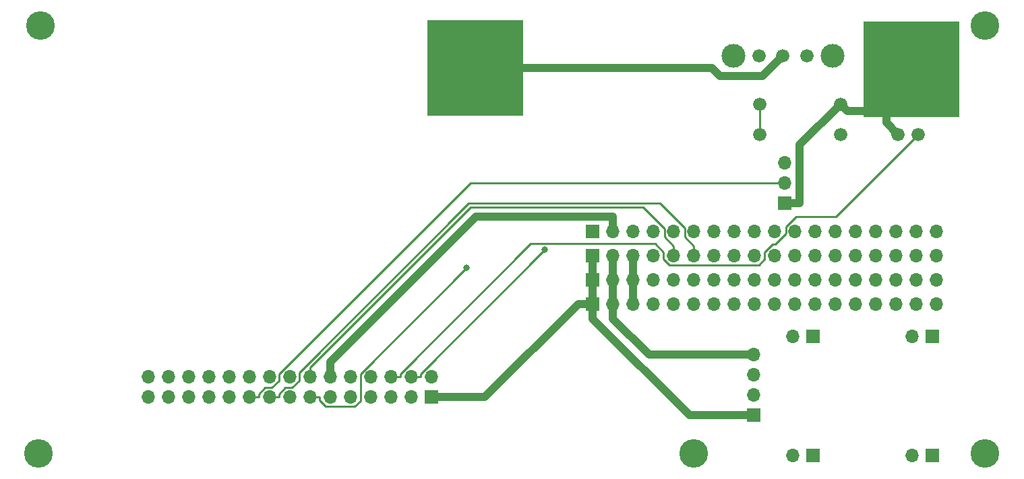
<source format=gbr>
G04 #@! TF.GenerationSoftware,KiCad,Pcbnew,5.99.0-unknown-51b9944~86~ubuntu18.04.1*
G04 #@! TF.CreationDate,2020-03-12T09:02:04+09:00*
G04 #@! TF.ProjectId,bGeigieRaku V2,62476569-6769-4655-9261-6b752056322e,rev?*
G04 #@! TF.SameCoordinates,Original*
G04 #@! TF.FileFunction,Copper,L2,Bot*
G04 #@! TF.FilePolarity,Positive*
%FSLAX46Y46*%
G04 Gerber Fmt 4.6, Leading zero omitted, Abs format (unit mm)*
G04 Created by KiCad (PCBNEW 5.99.0-unknown-51b9944~86~ubuntu18.04.1) date 2020-03-12 09:02:04*
%MOMM*%
%LPD*%
G01*
G04 APERTURE LIST*
%ADD10C,3.600000*%
%ADD11O,1.700000X1.700000*%
%ADD12R,1.700000X1.700000*%
%ADD13C,2.743200*%
%ADD14R,12.000000X12.000000*%
%ADD15C,1.676400*%
%ADD16C,3.000000*%
%ADD17C,0.800000*%
%ADD18C,1.000000*%
%ADD19C,0.250000*%
G04 APERTURE END LIST*
D10*
X172567600Y-126186000D03*
X90271600Y-126186000D03*
X90525600Y-72338000D03*
X209144000Y-72338000D03*
X209143600Y-126186000D03*
D11*
X203048000Y-98246000D03*
X200508000Y-98246000D03*
X197968000Y-98246000D03*
X195428000Y-98246000D03*
X192888000Y-98246000D03*
X190348000Y-98246000D03*
X187808000Y-98246000D03*
X185268000Y-98246000D03*
X182728000Y-98246000D03*
X180188000Y-98246000D03*
X177648000Y-98246000D03*
X175108000Y-98246000D03*
X172568000Y-98246000D03*
X170028000Y-98246000D03*
X167488000Y-98246000D03*
X164948000Y-98246000D03*
X162408000Y-98246000D03*
D12*
X159868000Y-98246000D03*
D11*
X185014000Y-126440000D03*
D12*
X187554000Y-126440000D03*
D11*
X200000000Y-126440000D03*
D12*
X202540000Y-126440000D03*
D11*
X200000000Y-111454000D03*
D12*
X202540000Y-111454000D03*
D11*
X185014000Y-111454000D03*
D12*
X187554000Y-111454000D03*
D11*
X104004000Y-116574000D03*
X104004000Y-119114000D03*
X106544000Y-116574000D03*
X106544000Y-119114000D03*
X109084000Y-116574000D03*
X109084000Y-119114000D03*
X111624000Y-116574000D03*
X111624000Y-119114000D03*
X114164000Y-116574000D03*
X114164000Y-119114000D03*
X116704000Y-116574000D03*
X116704000Y-119114000D03*
X119244000Y-116574000D03*
X119244000Y-119114000D03*
X121784000Y-116574000D03*
X121784000Y-119114000D03*
X124324000Y-116574000D03*
X124324000Y-119114000D03*
X126864000Y-116574000D03*
X126864000Y-119114000D03*
X129404000Y-116574000D03*
X129404000Y-119114000D03*
X131944000Y-116574000D03*
X131944000Y-119114000D03*
X134484000Y-116574000D03*
X134484000Y-119114000D03*
X137024000Y-116574000D03*
X137024000Y-119114000D03*
X139564000Y-116574000D03*
D12*
X139564000Y-119114000D03*
D13*
X196194000Y-75142000D03*
X202942000Y-77682000D03*
X196194000Y-80222000D03*
X148434000Y-80202000D03*
X141686000Y-77662000D03*
X148434000Y-75122000D03*
D14*
X145114000Y-77662000D03*
X199914000Y-77872000D03*
D11*
X203048000Y-101294000D03*
X200508000Y-101294000D03*
X197968000Y-101294000D03*
X195428000Y-101294000D03*
X192888000Y-101294000D03*
X190348000Y-101294000D03*
X187808000Y-101294000D03*
X185268000Y-101294000D03*
X182728000Y-101294000D03*
X180188000Y-101294000D03*
X177648000Y-101294000D03*
X175108000Y-101294000D03*
X172568000Y-101294000D03*
X170028000Y-101294000D03*
X167488000Y-101294000D03*
X164948000Y-101294000D03*
X162408000Y-101294000D03*
D12*
X159868000Y-101294000D03*
D11*
X203048000Y-104342000D03*
X200508000Y-104342000D03*
X197968000Y-104342000D03*
X195428000Y-104342000D03*
X192888000Y-104342000D03*
X190348000Y-104342000D03*
X187808000Y-104342000D03*
X185268000Y-104342000D03*
X182728000Y-104342000D03*
X180188000Y-104342000D03*
X177648000Y-104342000D03*
X175108000Y-104342000D03*
X172568000Y-104342000D03*
X170028000Y-104342000D03*
X167488000Y-104342000D03*
X164948000Y-104342000D03*
X162408000Y-104342000D03*
D12*
X159868000Y-104342000D03*
D11*
X203048000Y-107390000D03*
X200508000Y-107390000D03*
X197968000Y-107390000D03*
X195428000Y-107390000D03*
X192888000Y-107390000D03*
X190348000Y-107390000D03*
X187808000Y-107390000D03*
X185268000Y-107390000D03*
X182728000Y-107390000D03*
X180188000Y-107390000D03*
X177648000Y-107390000D03*
X175108000Y-107390000D03*
X172568000Y-107390000D03*
X170028000Y-107390000D03*
X167488000Y-107390000D03*
X164948000Y-107390000D03*
X162408000Y-107390000D03*
D12*
X159868000Y-107390000D03*
D15*
X180823000Y-82244000D03*
X190983000Y-82244000D03*
X190983000Y-86054000D03*
X180823000Y-86054000D03*
X200762000Y-86054000D03*
X198222000Y-86054000D03*
X183744000Y-76148000D03*
D16*
X177494000Y-76148000D03*
X189994000Y-76148000D03*
D15*
X186744000Y-76148000D03*
X180744000Y-76148000D03*
D11*
X180061000Y-113740000D03*
X180061000Y-116280000D03*
X180061000Y-118820000D03*
D12*
X180061000Y-121360000D03*
D11*
X183998000Y-89610000D03*
X183998000Y-92150000D03*
D12*
X183998000Y-94690000D03*
D17*
X153862100Y-100543900D03*
X144036500Y-102818000D03*
D18*
X196751400Y-83080800D02*
X191819800Y-83080800D01*
X191819800Y-83080800D02*
X190983000Y-82244000D01*
X196751400Y-83080800D02*
X196751400Y-84583400D01*
X196751400Y-84583400D02*
X198222000Y-86054000D01*
X183998000Y-94690000D02*
X185848300Y-94690000D01*
X185848300Y-94690000D02*
X185848300Y-87378700D01*
X185848300Y-87378700D02*
X190983000Y-82244000D01*
X159868000Y-109240300D02*
X171987700Y-121360000D01*
X171987700Y-121360000D02*
X180061000Y-121360000D01*
X159868000Y-107390000D02*
X159868000Y-109240300D01*
X159868000Y-107390000D02*
X158017700Y-107390000D01*
X158017700Y-107390000D02*
X146293700Y-119114000D01*
X146293700Y-119114000D02*
X139564000Y-119114000D01*
X159868000Y-107390000D02*
X159868000Y-104342000D01*
X159868000Y-104342000D02*
X159868000Y-101294000D01*
D19*
X138199300Y-116574000D02*
X138199300Y-116206700D01*
X138199300Y-116206700D02*
X153862100Y-100543900D01*
X137024000Y-116574000D02*
X138199300Y-116574000D01*
X180823000Y-86054000D02*
X180823000Y-82244000D01*
D18*
X126864000Y-116574000D02*
X126864000Y-114723700D01*
X162408000Y-98246000D02*
X162408000Y-96395700D01*
X162408000Y-96395700D02*
X145192000Y-96395700D01*
X145192000Y-96395700D02*
X126864000Y-114723700D01*
X166907700Y-113740000D02*
X180061000Y-113740000D01*
X166907700Y-113740000D02*
X162408000Y-109240300D01*
X162408000Y-107390000D02*
X162408000Y-109240300D01*
X162408000Y-104342000D02*
X162408000Y-107390000D01*
X162408000Y-104342000D02*
X162408000Y-101294000D01*
X164948000Y-104342000D02*
X164948000Y-107390000D01*
X164948000Y-104342000D02*
X164948000Y-101294000D01*
D19*
X117879300Y-119114000D02*
X117879300Y-118746600D01*
X117879300Y-118746600D02*
X118687200Y-117938700D01*
X118687200Y-117938700D02*
X119563500Y-117938700D01*
X119563500Y-117938700D02*
X120480600Y-117021600D01*
X120480600Y-117021600D02*
X120480600Y-116211000D01*
X120480600Y-116211000D02*
X144541600Y-92150000D01*
X144541600Y-92150000D02*
X183998000Y-92150000D01*
X116704000Y-119114000D02*
X117879300Y-119114000D01*
X119244000Y-119114000D02*
X120419300Y-119114000D01*
X172568000Y-101294000D02*
X172568000Y-100118700D01*
X172568000Y-100118700D02*
X171392700Y-98943400D01*
X171392700Y-98943400D02*
X171392700Y-97859000D01*
X171392700Y-97859000D02*
X168259100Y-94725400D01*
X168259100Y-94725400D02*
X144273800Y-94725400D01*
X144273800Y-94725400D02*
X122959400Y-116039800D01*
X122959400Y-116039800D02*
X122959400Y-117063400D01*
X122959400Y-117063400D02*
X122084100Y-117938700D01*
X122084100Y-117938700D02*
X121227200Y-117938700D01*
X121227200Y-117938700D02*
X120419300Y-118746600D01*
X120419300Y-118746600D02*
X120419300Y-119114000D01*
X124324000Y-115398700D02*
X144481500Y-95241200D01*
X144481500Y-95241200D02*
X166146200Y-95241200D01*
X166146200Y-95241200D02*
X168852700Y-97947700D01*
X168852700Y-97947700D02*
X168852700Y-98943400D01*
X168852700Y-98943400D02*
X170028000Y-100118700D01*
X124324000Y-116574000D02*
X124324000Y-115398700D01*
X170028000Y-101294000D02*
X170028000Y-100118700D01*
X125499300Y-119114000D02*
X125499300Y-119481400D01*
X125499300Y-119481400D02*
X126307200Y-120289300D01*
X126307200Y-120289300D02*
X129964800Y-120289300D01*
X129964800Y-120289300D02*
X130674000Y-119580100D01*
X130674000Y-119580100D02*
X130674000Y-116180500D01*
X130674000Y-116180500D02*
X144036500Y-102818000D01*
X124324000Y-119114000D02*
X125499300Y-119114000D01*
D18*
X183744000Y-76148000D02*
X181194300Y-78697700D01*
X181194300Y-78697700D02*
X175861300Y-78697700D01*
X175861300Y-78697700D02*
X174825600Y-77662000D01*
X174825600Y-77662000D02*
X145114000Y-77662000D01*
D19*
X134484000Y-116574000D02*
X135659300Y-116574000D01*
X200762000Y-86054000D02*
X190435400Y-96380600D01*
X190435400Y-96380600D02*
X185405700Y-96380600D01*
X185405700Y-96380600D02*
X184092600Y-97693700D01*
X184092600Y-97693700D02*
X184092600Y-98556500D01*
X184092600Y-98556500D02*
X182784500Y-99864600D01*
X182784500Y-99864600D02*
X182452800Y-99864600D01*
X182452800Y-99864600D02*
X181458000Y-100859400D01*
X181458000Y-100859400D02*
X181458000Y-101765000D01*
X181458000Y-101765000D02*
X180739200Y-102483800D01*
X180739200Y-102483800D02*
X169498800Y-102483800D01*
X169498800Y-102483800D02*
X168758000Y-101743000D01*
X168758000Y-101743000D02*
X168758000Y-100880300D01*
X168758000Y-100880300D02*
X167663600Y-99785900D01*
X167663600Y-99785900D02*
X152080100Y-99785900D01*
X152080100Y-99785900D02*
X135659300Y-116206700D01*
X135659300Y-116206700D02*
X135659300Y-116574000D01*
M02*

</source>
